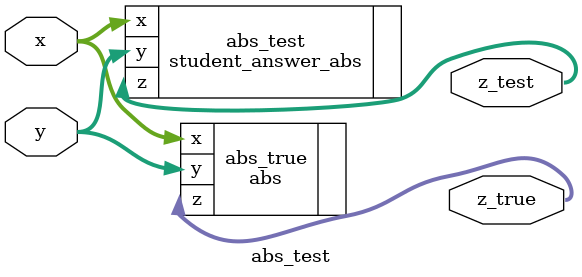
<source format=v>
module abs_test
(
	input   [7:0]   x,
    input   [7:0]   y,
    output wire [7:0]   z_true,
	 output wire [7:0]   z_test
);

abs abs_true
(
	.x(x),
	.y(y),
	
	.z(z_true)
);

student_answer_abs abs_test
(
	.x(x),
	.y(y),
	
	.z(z_test)
);

endmodule
</source>
